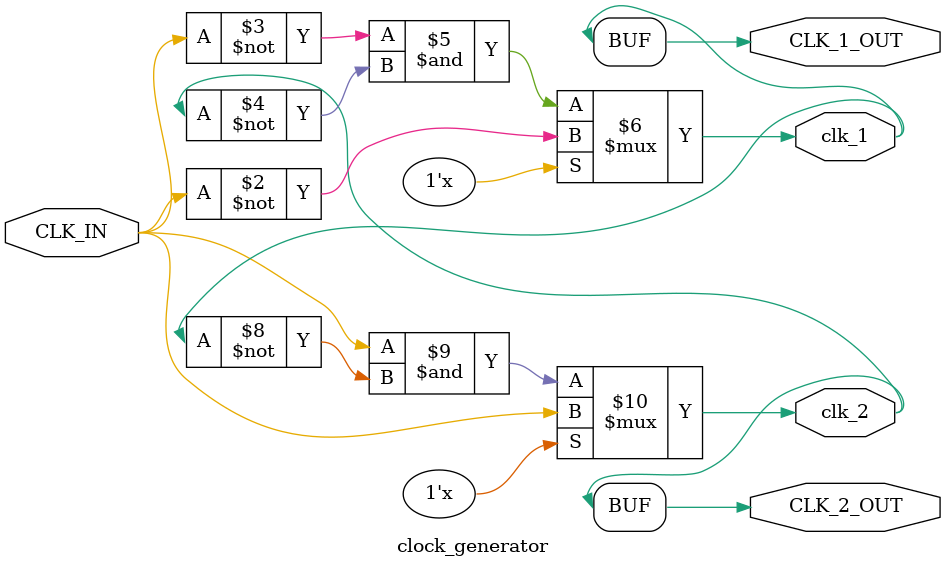
<source format=v>
/*
 *                                            CLOCK_GENERATOR
 *
 *                                   Copyright (c) 2021 Kevin Lynch
 *                             This file is licensed under the MIT license
 *
 * generate two, non-overlapping clocks from the input clock.
 * lower case versions (clk_1 and clk_2) are used internally by the cpu.
 * CLK_1_OUT and CLK_2_OUT are output pins on the 6502
 */
module clock_generator(CLK_IN, clk_1, clk_2, CLK_1_OUT, CLK_2_OUT);
  input CLK_IN;
  output clk_1;  //net: 710; opposite of clk_in
  output clk_2;  //net: 943; same as clk_in
  output CLK_1_OUT; //pad: 1163
  output CLK_2_OUT; //pad: 421

  assign clk_1 = (clk_2 == 1'bz) ? ~CLK_IN : ~CLK_IN & ~clk_2; //clk1 is opposite of clk_in
  assign clk_2 = (clk_1 == 1'bz) ? CLK_IN : CLK_IN & ~clk_1;   //clk2 is the same as clk_n

  assign CLK_1_OUT = clk_1;
  assign CLK_2_OUT = clk_2;

endmodule

</source>
